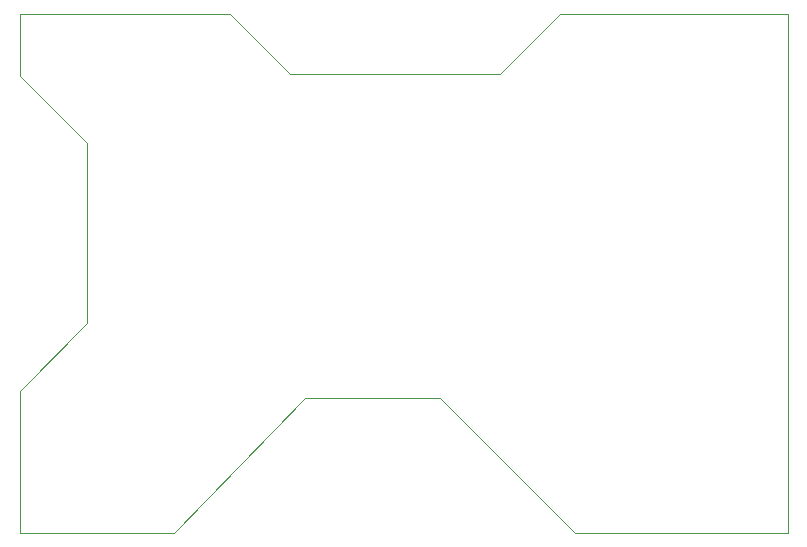
<source format=gm1>
%TF.GenerationSoftware,KiCad,Pcbnew,7.0.5+dfsg-2*%
%TF.CreationDate,2023-08-29T10:22:54-04:00*%
%TF.ProjectId,proto1_0,70726f74-6f31-45f3-902e-6b696361645f,rev?*%
%TF.SameCoordinates,Original*%
%TF.FileFunction,Profile,NP*%
%FSLAX46Y46*%
G04 Gerber Fmt 4.6, Leading zero omitted, Abs format (unit mm)*
G04 Created by KiCad (PCBNEW 7.0.5+dfsg-2) date 2023-08-29 10:22:54*
%MOMM*%
%LPD*%
G01*
G04 APERTURE LIST*
%TA.AperFunction,Profile*%
%ADD10C,0.100000*%
%TD*%
G04 APERTURE END LIST*
D10*
X81915000Y-60960000D02*
X76200000Y-55245000D01*
X81915000Y-76200000D02*
X81915000Y-60960000D01*
X76200000Y-81915000D02*
X81915000Y-76200000D01*
X76200000Y-55245000D02*
X76200000Y-49987200D01*
X123190000Y-93980000D02*
X141200000Y-93980000D01*
X116840000Y-55067200D02*
X99060000Y-55067200D01*
X89255600Y-93980000D02*
X100330000Y-82550000D01*
X76200000Y-93980000D02*
X89255600Y-93980000D01*
X76200000Y-49987200D02*
X93980000Y-49987200D01*
X121920000Y-49987200D02*
X116840000Y-55067200D01*
X76200000Y-93980000D02*
X76200000Y-81915000D01*
X141200000Y-49987200D02*
X141200000Y-93980000D01*
X100330000Y-82550000D02*
X111760000Y-82550000D01*
X123190000Y-93980000D02*
X111760000Y-82550000D01*
X93980000Y-49987200D02*
X99060000Y-55067200D01*
X141200000Y-49987200D02*
X121920000Y-49987200D01*
M02*

</source>
